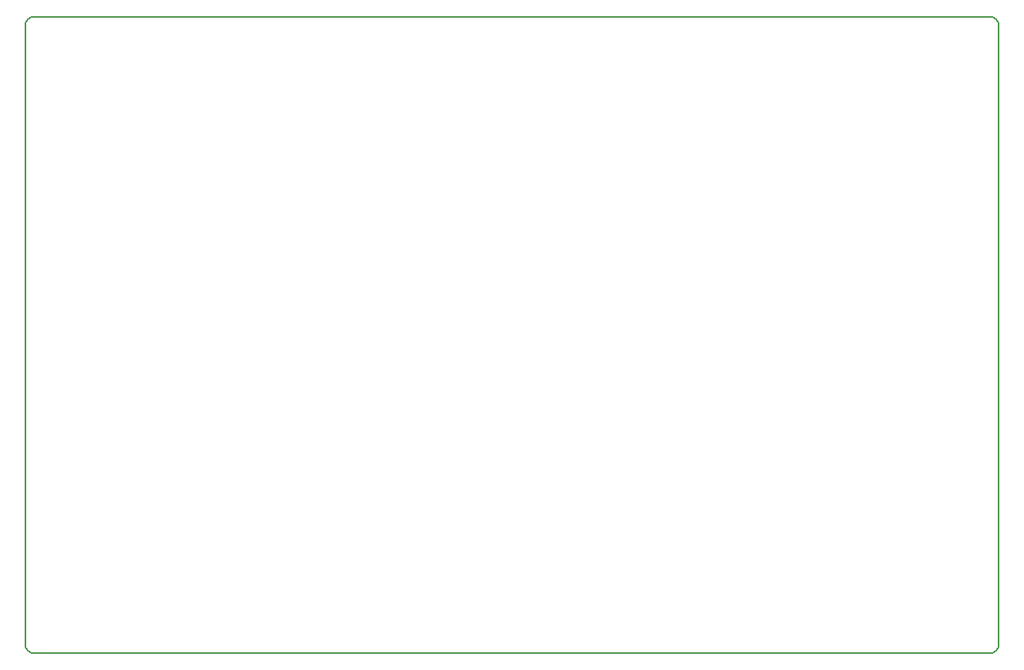
<source format=gm1>
G04 #@! TF.FileFunction,Profile,NP*
%FSLAX46Y46*%
G04 Gerber Fmt 4.6, Leading zero omitted, Abs format (unit mm)*
G04 Created by KiCad (PCBNEW 4.0.1-stable) date 26/04/2018 08:46:55*
%MOMM*%
G01*
G04 APERTURE LIST*
%ADD10C,0.100000*%
%ADD11C,0.150000*%
G04 APERTURE END LIST*
D10*
D11*
X157000000Y-41000000D02*
G75*
G03X156000000Y-40000000I-1000000J0D01*
G01*
X156000000Y-110000000D02*
G75*
G03X157000000Y-109000000I0J1000000D01*
G01*
X50000000Y-109000000D02*
G75*
G03X51000000Y-110000000I1000000J0D01*
G01*
X51000000Y-40000000D02*
G75*
G03X50000000Y-41000000I0J-1000000D01*
G01*
X157000000Y-41000000D02*
X157000000Y-109000000D01*
X50000000Y-41000000D02*
X50000000Y-109000000D01*
X51000000Y-110000000D02*
X156000000Y-110000000D01*
X51000000Y-40000000D02*
X156000000Y-40000000D01*
M02*

</source>
